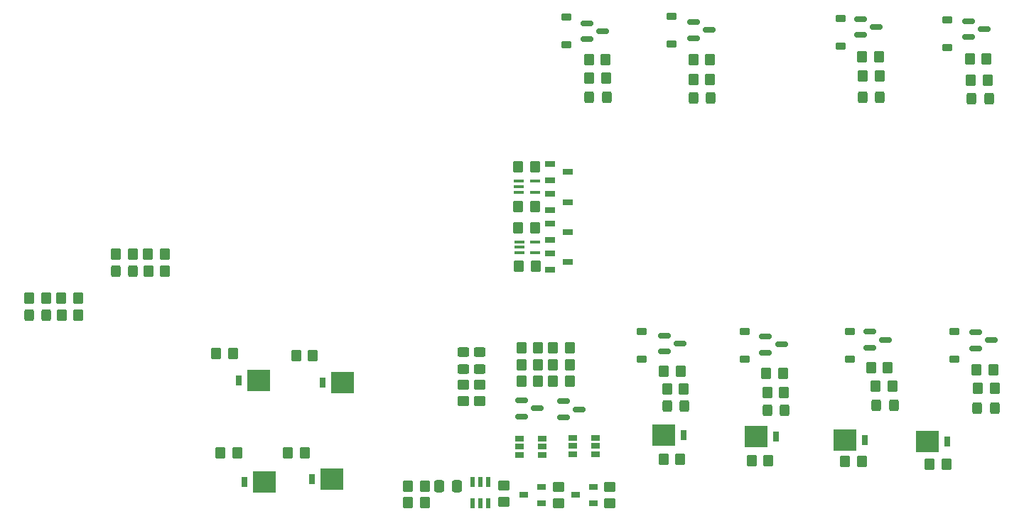
<source format=gtp>
G04 #@! TF.GenerationSoftware,KiCad,Pcbnew,7.0.8*
G04 #@! TF.CreationDate,2024-02-03T20:12:02-05:00*
G04 #@! TF.ProjectId,Control Box,436f6e74-726f-46c2-9042-6f782e6b6963,rev?*
G04 #@! TF.SameCoordinates,Original*
G04 #@! TF.FileFunction,Paste,Top*
G04 #@! TF.FilePolarity,Positive*
%FSLAX46Y46*%
G04 Gerber Fmt 4.6, Leading zero omitted, Abs format (unit mm)*
G04 Created by KiCad (PCBNEW 7.0.8) date 2024-02-03 20:12:02*
%MOMM*%
%LPD*%
G01*
G04 APERTURE LIST*
G04 Aperture macros list*
%AMRoundRect*
0 Rectangle with rounded corners*
0 $1 Rounding radius*
0 $2 $3 $4 $5 $6 $7 $8 $9 X,Y pos of 4 corners*
0 Add a 4 corners polygon primitive as box body*
4,1,4,$2,$3,$4,$5,$6,$7,$8,$9,$2,$3,0*
0 Add four circle primitives for the rounded corners*
1,1,$1+$1,$2,$3*
1,1,$1+$1,$4,$5*
1,1,$1+$1,$6,$7*
1,1,$1+$1,$8,$9*
0 Add four rect primitives between the rounded corners*
20,1,$1+$1,$2,$3,$4,$5,0*
20,1,$1+$1,$4,$5,$6,$7,0*
20,1,$1+$1,$6,$7,$8,$9,0*
20,1,$1+$1,$8,$9,$2,$3,0*%
G04 Aperture macros list end*
%ADD10RoundRect,0.250000X-0.325000X-0.450000X0.325000X-0.450000X0.325000X0.450000X-0.325000X0.450000X0*%
%ADD11RoundRect,0.225000X0.375000X-0.225000X0.375000X0.225000X-0.375000X0.225000X-0.375000X-0.225000X0*%
%ADD12RoundRect,0.150000X-0.587500X-0.150000X0.587500X-0.150000X0.587500X0.150000X-0.587500X0.150000X0*%
%ADD13RoundRect,0.250000X0.350000X0.450000X-0.350000X0.450000X-0.350000X-0.450000X0.350000X-0.450000X0*%
%ADD14RoundRect,0.250000X-0.350000X-0.450000X0.350000X-0.450000X0.350000X0.450000X-0.350000X0.450000X0*%
%ADD15RoundRect,0.250000X0.325000X0.450000X-0.325000X0.450000X-0.325000X-0.450000X0.325000X-0.450000X0*%
%ADD16R,2.670000X2.540000*%
%ADD17R,0.762000X1.270000*%
%ADD18R,1.200000X0.650000*%
%ADD19R,1.100000X0.650000*%
%ADD20RoundRect,0.250000X0.450000X-0.325000X0.450000X0.325000X-0.450000X0.325000X-0.450000X-0.325000X0*%
%ADD21R,1.062000X0.650000*%
%ADD22R,1.200000X0.400000*%
%ADD23R,0.600000X1.200000*%
%ADD24RoundRect,0.250000X-0.450000X0.350000X-0.450000X-0.350000X0.450000X-0.350000X0.450000X0.350000X0*%
%ADD25RoundRect,0.250000X0.450000X-0.350000X0.450000X0.350000X-0.450000X0.350000X-0.450000X-0.350000X0*%
%ADD26RoundRect,0.250000X0.337500X0.475000X-0.337500X0.475000X-0.337500X-0.475000X0.337500X-0.475000X0*%
G04 APERTURE END LIST*
D10*
X106166500Y-73500400D03*
X108216500Y-73500400D03*
X118091500Y-73950400D03*
X120141500Y-73950400D03*
D11*
X103066500Y-67901400D03*
X103066500Y-64601400D03*
X115385500Y-67901400D03*
X115385500Y-64601400D03*
D10*
X96884500Y-36639200D03*
X98934500Y-36639200D03*
X109309500Y-36739200D03*
X111359500Y-36739200D03*
D11*
X94126500Y-30392200D03*
X94126500Y-27092200D03*
X106699500Y-30265200D03*
X106699500Y-26965200D03*
D10*
X129447500Y-36609000D03*
X131497500Y-36609000D03*
X142422500Y-36784000D03*
X144472500Y-36784000D03*
D11*
X126839000Y-30543000D03*
X126839000Y-27243000D03*
X139539000Y-30670000D03*
X139539000Y-27370000D03*
D10*
X131075000Y-73375000D03*
X133125000Y-73375000D03*
X143100000Y-73750000D03*
X145150000Y-73750000D03*
D11*
X127922000Y-67913000D03*
X127922000Y-64613000D03*
X140368000Y-67913000D03*
X140368000Y-64613000D03*
D12*
X105812000Y-65047400D03*
X105812000Y-66947400D03*
X107687000Y-65997400D03*
X117877000Y-65174400D03*
X117877000Y-67074400D03*
X119752000Y-66124400D03*
X96618000Y-27792200D03*
X96618000Y-29692200D03*
X98493000Y-28742200D03*
X109318000Y-27665200D03*
X109318000Y-29565200D03*
X111193000Y-28615200D03*
X129203500Y-27308000D03*
X129203500Y-29208000D03*
X131078500Y-28258000D03*
X142030500Y-27562000D03*
X142030500Y-29462000D03*
X143905500Y-28512000D03*
X130286500Y-64614500D03*
X130286500Y-66514500D03*
X132161500Y-65564500D03*
X142907000Y-64678000D03*
X142907000Y-66578000D03*
X144782000Y-65628000D03*
D13*
X108141500Y-71450400D03*
X106141500Y-71450400D03*
X107749500Y-69299400D03*
X105749500Y-69299400D03*
X120066500Y-71825400D03*
X118066500Y-71825400D03*
X119941500Y-69553400D03*
X117941500Y-69553400D03*
X129350000Y-80090500D03*
X127350000Y-80090500D03*
X54910999Y-79010249D03*
X52910999Y-79010249D03*
X62951498Y-79044999D03*
X60951498Y-79044999D03*
X54415000Y-67157500D03*
X52415000Y-67157500D03*
X98884500Y-34364200D03*
X96884500Y-34364200D03*
X98818500Y-32171200D03*
X96818500Y-32171200D03*
X111259500Y-34539200D03*
X109259500Y-34539200D03*
X111255500Y-32171200D03*
X109255500Y-32171200D03*
X131472500Y-34109000D03*
X129472500Y-34109000D03*
X131395000Y-31814000D03*
X129395000Y-31814000D03*
X144322500Y-34584000D03*
X142322500Y-34584000D03*
X144213000Y-32068000D03*
X142213000Y-32068000D03*
X133000000Y-71125000D03*
X131000000Y-71125000D03*
X132414500Y-68866500D03*
X130414500Y-68866500D03*
X145150000Y-71375000D03*
X143150000Y-71375000D03*
X144987500Y-69120500D03*
X142987500Y-69120500D03*
X46310000Y-57365000D03*
X44310000Y-57365000D03*
D14*
X44300000Y-55335000D03*
X46300000Y-55335000D03*
D13*
X35980000Y-62635000D03*
X33980000Y-62635000D03*
X35940000Y-60615000D03*
X33940000Y-60615000D03*
D15*
X32185000Y-62620000D03*
X30135000Y-62620000D03*
D10*
X40415000Y-57365000D03*
X42465000Y-57365000D03*
D13*
X32160000Y-60615000D03*
X30160000Y-60615000D03*
D14*
X40450000Y-55325000D03*
X42450000Y-55325000D03*
D16*
X58165499Y-82502749D03*
D17*
X55814499Y-82502749D03*
D16*
X66205999Y-82219999D03*
D17*
X63854999Y-82219999D03*
D16*
X57479000Y-70396000D03*
D17*
X55128000Y-70396000D03*
D16*
X67448500Y-70650000D03*
D17*
X65097500Y-70650000D03*
D13*
X63924499Y-67475000D03*
X61924499Y-67475000D03*
D16*
X127331500Y-77560000D03*
D17*
X129682500Y-77560000D03*
D16*
X137145000Y-77732500D03*
D17*
X139496000Y-77732500D03*
D13*
X139433500Y-80388000D03*
X137433500Y-80388000D03*
D18*
X92200000Y-51740000D03*
X92200000Y-53660000D03*
X94300000Y-52700000D03*
D19*
X97316000Y-85034000D03*
X97316000Y-83114000D03*
X95216000Y-84074000D03*
D20*
X83825000Y-69075000D03*
X83825000Y-67025000D03*
D18*
X92200000Y-48165000D03*
X92200000Y-50085000D03*
X94300000Y-49125000D03*
D21*
X97610000Y-79182000D03*
X97610000Y-78232000D03*
X97610000Y-77282000D03*
X94922000Y-77282000D03*
X94922000Y-78232000D03*
X94922000Y-79182000D03*
D14*
X75250000Y-83025000D03*
X77250000Y-83025000D03*
D13*
X90775000Y-70500000D03*
X88775000Y-70500000D03*
X90458000Y-56820000D03*
X88458000Y-56820000D03*
D18*
X92200000Y-55296000D03*
X92200000Y-57216000D03*
X94300000Y-56256000D03*
D12*
X93825000Y-72900000D03*
X93825000Y-74800000D03*
X95700000Y-73850000D03*
D21*
X91244000Y-79275000D03*
X91244000Y-78325000D03*
X91244000Y-77375000D03*
X88556000Y-77375000D03*
X88556000Y-78325000D03*
X88556000Y-79275000D03*
D22*
X88524000Y-53884000D03*
X88524000Y-54534000D03*
X88524000Y-55184000D03*
X90424000Y-55184000D03*
X90424000Y-53884000D03*
X88500000Y-46650000D03*
X88500000Y-47300000D03*
X88500000Y-47950000D03*
X90400000Y-47950000D03*
X90400000Y-46650000D03*
D20*
X81850000Y-69075000D03*
X81850000Y-67025000D03*
D16*
X116752175Y-77130000D03*
D17*
X119103175Y-77130000D03*
D23*
X82936000Y-85050000D03*
X83886000Y-85050000D03*
X84836000Y-85050000D03*
X84836000Y-82550000D03*
X83886000Y-82550000D03*
X82936000Y-82550000D03*
D19*
X91150000Y-85034000D03*
X91150000Y-83114000D03*
X89050000Y-84074000D03*
D24*
X81875000Y-70900000D03*
X81875000Y-72900000D03*
D25*
X93175000Y-85075000D03*
X93175000Y-83075000D03*
D14*
X88775000Y-66550000D03*
X90775000Y-66550000D03*
D25*
X99314000Y-85074000D03*
X99314000Y-83074000D03*
D14*
X92550000Y-68525000D03*
X94550000Y-68525000D03*
D18*
X92200000Y-44605000D03*
X92200000Y-46525000D03*
X94300000Y-45565000D03*
D12*
X88825000Y-72800000D03*
X88825000Y-74700000D03*
X90700000Y-73750000D03*
D13*
X90400000Y-44950000D03*
X88400000Y-44950000D03*
X118200000Y-80010000D03*
X116200000Y-80010000D03*
X90400000Y-49650000D03*
X88400000Y-49650000D03*
D24*
X86725000Y-82930000D03*
X86725000Y-84930000D03*
D13*
X94550000Y-70500000D03*
X92550000Y-70500000D03*
D24*
X83825000Y-70900000D03*
X83825000Y-72900000D03*
D13*
X90775000Y-68525000D03*
X88775000Y-68525000D03*
X107700000Y-79810000D03*
X105700000Y-79810000D03*
X90418000Y-52219000D03*
X88418000Y-52219000D03*
D16*
X105760000Y-76940000D03*
D17*
X108111000Y-76940000D03*
D26*
X81087500Y-83025000D03*
X79012500Y-83025000D03*
D14*
X92550000Y-66550000D03*
X94550000Y-66550000D03*
D13*
X77250000Y-85000000D03*
X75250000Y-85000000D03*
M02*

</source>
